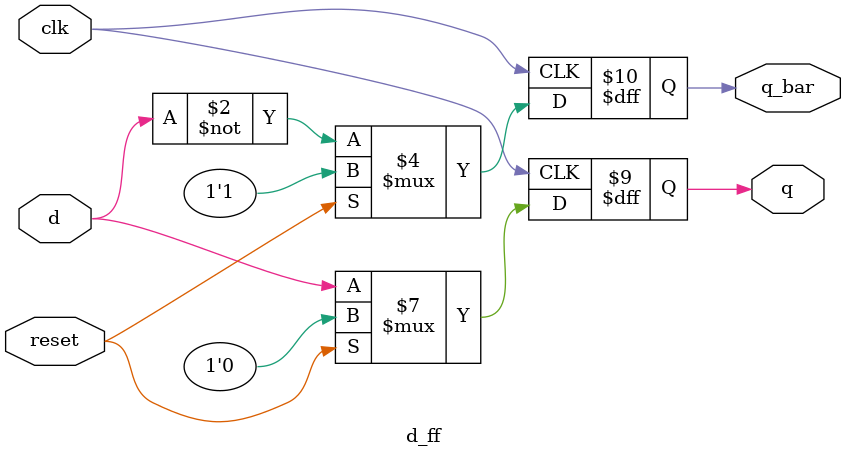
<source format=v>
module d_ff(input d,clk,reset,output reg q,q_bar);
always@(posedge clk)
begin
	if(reset)begin
		q<=1'b0;
		q_bar<=1'b1;
	end
	else begin
               q<=d;
               q_bar<=~d;
       end
 end
endmodule

</source>
